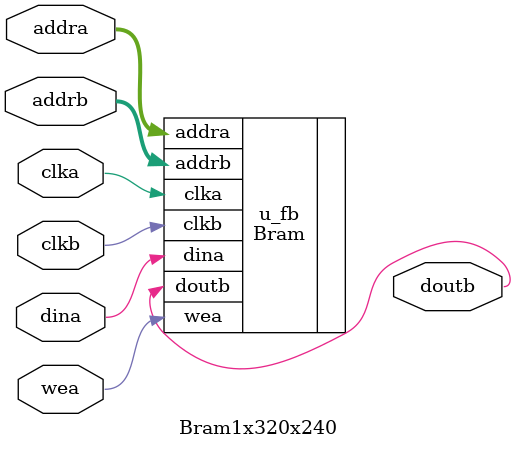
<source format=v>
`timescale 1ns / 1ps


module Bram1x320x240(
input dina,
input [16:0] addra,
input clka,wea,clkb,
output doutb,
input [16:0] addrb

    );
    
Bram u_fb(
        .clka ( clka),
        .wea  (wea),
        .addra( addra),
        .dina ( dina),
         
        .clkb ( clkb),
       .addrb ( addrb),
        .doutb ( doutb)
      );
endmodule

</source>
